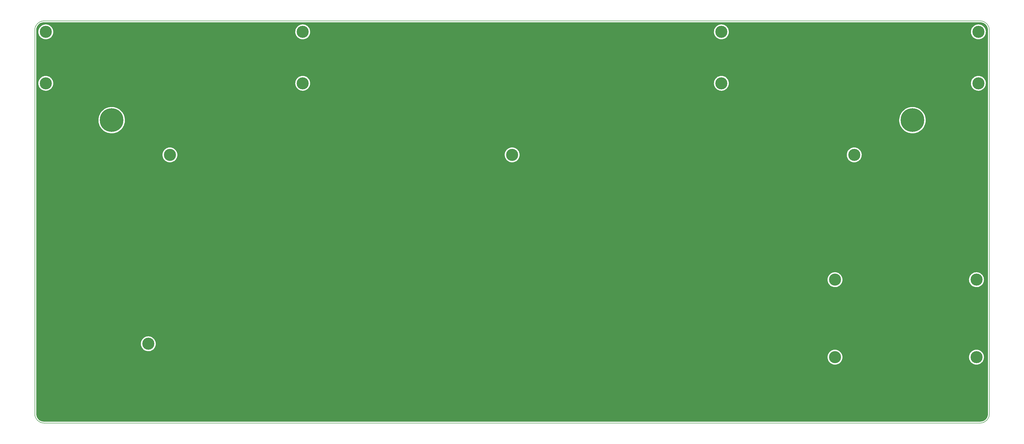
<source format=gbr>
G04 #@! TF.GenerationSoftware,KiCad,Pcbnew,(6.0.6)*
G04 #@! TF.CreationDate,2022-07-11T22:08:04-07:00*
G04 #@! TF.ProjectId,mysterium-bottom,6d797374-6572-4697-956d-2d626f74746f,rev?*
G04 #@! TF.SameCoordinates,Original*
G04 #@! TF.FileFunction,Copper,L2,Bot*
G04 #@! TF.FilePolarity,Positive*
%FSLAX46Y46*%
G04 Gerber Fmt 4.6, Leading zero omitted, Abs format (unit mm)*
G04 Created by KiCad (PCBNEW (6.0.6)) date 2022-07-11 22:08:04*
%MOMM*%
%LPD*%
G01*
G04 APERTURE LIST*
G04 #@! TA.AperFunction,Profile*
%ADD10C,0.150000*%
G04 #@! TD*
G04 #@! TA.AperFunction,ComponentPad*
%ADD11C,4.400000*%
G04 #@! TD*
G04 #@! TA.AperFunction,ComponentPad*
%ADD12C,8.600000*%
G04 #@! TD*
G04 APERTURE END LIST*
D10*
X39854660Y-60863401D02*
G75*
G03*
X36550601Y-64173459I3000J-3307059D01*
G01*
X384213099Y-64167460D02*
G75*
G03*
X380903041Y-60863401I-3307099J-3040D01*
G01*
X380909040Y-207479899D02*
G75*
G03*
X384213099Y-204169841I-3040J3307099D01*
G01*
X384213100Y-64167460D02*
X384213099Y-204169841D01*
X36550600Y-204175840D02*
X36550601Y-64173459D01*
X36550601Y-204175840D02*
G75*
G03*
X39860659Y-207479899I3307059J3000D01*
G01*
X380909040Y-207479900D02*
X39860659Y-207479899D01*
X39854660Y-60863400D02*
X380903041Y-60863400D01*
D11*
X40550600Y-64863400D03*
X40550600Y-83613400D03*
X380213100Y-83613400D03*
X380213100Y-64863400D03*
X134137400Y-64863400D03*
X210419351Y-109702600D03*
X210419351Y-197713600D03*
X335000600Y-109702600D03*
X85763100Y-109702600D03*
X77901800Y-178587400D03*
X327986788Y-155219400D03*
X379523512Y-155219400D03*
X327986788Y-183454800D03*
X379523512Y-183454800D03*
X286626300Y-64863400D03*
X134137400Y-83613400D03*
X286626300Y-83613400D03*
D12*
X64550600Y-97053400D03*
X356213100Y-97053400D03*
G04 #@! TA.AperFunction,Conductor*
G36*
X380873231Y-61373383D02*
G01*
X380888353Y-61375724D01*
X380888355Y-61375724D01*
X380897225Y-61377097D01*
X380910886Y-61375298D01*
X380915218Y-61374728D01*
X380938618Y-61373842D01*
X380976296Y-61375924D01*
X381209789Y-61388827D01*
X381223818Y-61390394D01*
X381519327Y-61440330D01*
X381533090Y-61443459D01*
X381821143Y-61526165D01*
X381834483Y-61530820D01*
X382111460Y-61645256D01*
X382124180Y-61651367D01*
X382386614Y-61796100D01*
X382398573Y-61803600D01*
X382402390Y-61806302D01*
X382643139Y-61976796D01*
X382654192Y-61985593D01*
X382862428Y-62171345D01*
X382877833Y-62185087D01*
X382887833Y-62195069D01*
X382998812Y-62319027D01*
X383087731Y-62418346D01*
X383096547Y-62429381D01*
X383244567Y-62637593D01*
X383270183Y-62673626D01*
X383277709Y-62685579D01*
X383363306Y-62840120D01*
X383422916Y-62947745D01*
X383429056Y-62960466D01*
X383464195Y-63045081D01*
X383543991Y-63237230D01*
X383548670Y-63250562D01*
X383631899Y-63538464D01*
X383635055Y-63552237D01*
X383685522Y-63847629D01*
X383687117Y-63861668D01*
X383702178Y-64125525D01*
X383700901Y-64151971D01*
X383700776Y-64152780D01*
X383700776Y-64152784D01*
X383699403Y-64161656D01*
X383700575Y-64170555D01*
X383700575Y-64170557D01*
X383703521Y-64192924D01*
X383704600Y-64209376D01*
X383704599Y-204120764D01*
X383703116Y-204140037D01*
X383699403Y-204164025D01*
X383700575Y-204172925D01*
X383701772Y-204182018D01*
X383702658Y-204205418D01*
X383687674Y-204476582D01*
X383686106Y-204490618D01*
X383677113Y-204543838D01*
X383636171Y-204786121D01*
X383633041Y-204799890D01*
X383600071Y-204914720D01*
X383550335Y-205087943D01*
X383545680Y-205101283D01*
X383431244Y-205378260D01*
X383425133Y-205390980D01*
X383280404Y-205653408D01*
X383272900Y-205665373D01*
X383099704Y-205909939D01*
X383090907Y-205920992D01*
X382891413Y-206144633D01*
X382881431Y-206154633D01*
X382658154Y-206354531D01*
X382647119Y-206363347D01*
X382402870Y-206536986D01*
X382390921Y-206544509D01*
X382128750Y-206689718D01*
X382116034Y-206695856D01*
X381977650Y-206753325D01*
X381839270Y-206810791D01*
X381825938Y-206815470D01*
X381639053Y-206869496D01*
X381538033Y-206898700D01*
X381524265Y-206901854D01*
X381389092Y-206924949D01*
X381228871Y-206952322D01*
X381214832Y-206953917D01*
X380950975Y-206968978D01*
X380924529Y-206967701D01*
X380923720Y-206967576D01*
X380923716Y-206967576D01*
X380914844Y-206966203D01*
X380905945Y-206967375D01*
X380905943Y-206967375D01*
X380883576Y-206970321D01*
X380867124Y-206971400D01*
X223885008Y-206971400D01*
X39909730Y-206971399D01*
X39890460Y-206969916D01*
X39881775Y-206968572D01*
X39875341Y-206967576D01*
X39875340Y-206967576D01*
X39866469Y-206966203D01*
X39857568Y-206967375D01*
X39848474Y-206968572D01*
X39825076Y-206969458D01*
X39553910Y-206954476D01*
X39539868Y-206952907D01*
X39354643Y-206921609D01*
X39244368Y-206902976D01*
X39230597Y-206899846D01*
X39086573Y-206858495D01*
X38942553Y-206817144D01*
X38929213Y-206812490D01*
X38790724Y-206755274D01*
X38652231Y-206698055D01*
X38639502Y-206691939D01*
X38558184Y-206647092D01*
X38377083Y-206547215D01*
X38365113Y-206539709D01*
X38120545Y-206366512D01*
X38109490Y-206357712D01*
X37885860Y-206158229D01*
X37875859Y-206148247D01*
X37722281Y-205976707D01*
X37675956Y-205924963D01*
X37667148Y-205913939D01*
X37493502Y-205669677D01*
X37485974Y-205657721D01*
X37340774Y-205395564D01*
X37334632Y-205382839D01*
X37219699Y-205106076D01*
X37215020Y-205092743D01*
X37131798Y-204804854D01*
X37128641Y-204791082D01*
X37078171Y-204495663D01*
X37076578Y-204481630D01*
X37061521Y-204217776D01*
X37062798Y-204191330D01*
X37062922Y-204190526D01*
X37064296Y-204181650D01*
X37062681Y-204169381D01*
X37060179Y-204150387D01*
X37059100Y-204133936D01*
X37059100Y-183426385D01*
X325273486Y-183426385D01*
X325289724Y-183752559D01*
X325290365Y-183756290D01*
X325290366Y-183756298D01*
X325304897Y-183840860D01*
X325345029Y-184074419D01*
X325438602Y-184387304D01*
X325569085Y-184686681D01*
X325571008Y-184689952D01*
X325571010Y-184689956D01*
X325613372Y-184762015D01*
X325734590Y-184968214D01*
X325736891Y-184971229D01*
X325930419Y-185224812D01*
X325930424Y-185224817D01*
X325932719Y-185227825D01*
X326160602Y-185461753D01*
X326233423Y-185520407D01*
X326411984Y-185664231D01*
X326411989Y-185664235D01*
X326414937Y-185666609D01*
X326692041Y-185839427D01*
X326987900Y-185977703D01*
X327298228Y-186079434D01*
X327618530Y-186143146D01*
X327622302Y-186143433D01*
X327622310Y-186143434D01*
X327940390Y-186167629D01*
X327940395Y-186167629D01*
X327944167Y-186167916D01*
X328270421Y-186153386D01*
X328330213Y-186143434D01*
X328588825Y-186100390D01*
X328588830Y-186100389D01*
X328592566Y-186099767D01*
X328905937Y-186007834D01*
X328909404Y-186006344D01*
X328909408Y-186006343D01*
X329202509Y-185880416D01*
X329202511Y-185880415D01*
X329205993Y-185878919D01*
X329488389Y-185714891D01*
X329749033Y-185518124D01*
X329984151Y-185291470D01*
X330190337Y-185038210D01*
X330364603Y-184762015D01*
X330504426Y-184466884D01*
X330530976Y-184387304D01*
X330606578Y-184160697D01*
X330606580Y-184160691D01*
X330607780Y-184157093D01*
X330673169Y-183837129D01*
X330679744Y-183756298D01*
X330699462Y-183513861D01*
X330699644Y-183511626D01*
X330700239Y-183454800D01*
X330698526Y-183426385D01*
X376810210Y-183426385D01*
X376826448Y-183752559D01*
X376827089Y-183756290D01*
X376827090Y-183756298D01*
X376841621Y-183840860D01*
X376881753Y-184074419D01*
X376975326Y-184387304D01*
X377105809Y-184686681D01*
X377107732Y-184689952D01*
X377107734Y-184689956D01*
X377150096Y-184762015D01*
X377271314Y-184968214D01*
X377273615Y-184971229D01*
X377467143Y-185224812D01*
X377467148Y-185224817D01*
X377469443Y-185227825D01*
X377697326Y-185461753D01*
X377770147Y-185520407D01*
X377948708Y-185664231D01*
X377948713Y-185664235D01*
X377951661Y-185666609D01*
X378228765Y-185839427D01*
X378524624Y-185977703D01*
X378834952Y-186079434D01*
X379155254Y-186143146D01*
X379159026Y-186143433D01*
X379159034Y-186143434D01*
X379477114Y-186167629D01*
X379477119Y-186167629D01*
X379480891Y-186167916D01*
X379807145Y-186153386D01*
X379866937Y-186143434D01*
X380125549Y-186100390D01*
X380125554Y-186100389D01*
X380129290Y-186099767D01*
X380442661Y-186007834D01*
X380446128Y-186006344D01*
X380446132Y-186006343D01*
X380739233Y-185880416D01*
X380739235Y-185880415D01*
X380742717Y-185878919D01*
X381025113Y-185714891D01*
X381285757Y-185518124D01*
X381520875Y-185291470D01*
X381727061Y-185038210D01*
X381901327Y-184762015D01*
X382041150Y-184466884D01*
X382067700Y-184387304D01*
X382143302Y-184160697D01*
X382143304Y-184160691D01*
X382144504Y-184157093D01*
X382209893Y-183837129D01*
X382216468Y-183756298D01*
X382236186Y-183513861D01*
X382236368Y-183511626D01*
X382236963Y-183454800D01*
X382235022Y-183422596D01*
X382217538Y-183132593D01*
X382217538Y-183132589D01*
X382217310Y-183128815D01*
X382212162Y-183100624D01*
X382159317Y-182811273D01*
X382159316Y-182811269D01*
X382158637Y-182807551D01*
X382151234Y-182783707D01*
X382062916Y-182499277D01*
X382061794Y-182495663D01*
X381928182Y-182197669D01*
X381759738Y-181917884D01*
X381757411Y-181914900D01*
X381757406Y-181914893D01*
X381561238Y-181663358D01*
X381561236Y-181663356D01*
X381558902Y-181660363D01*
X381328582Y-181428834D01*
X381072115Y-181226652D01*
X380793217Y-181056745D01*
X380789773Y-181055179D01*
X380789769Y-181055177D01*
X380679179Y-181004895D01*
X380495926Y-180921575D01*
X380184549Y-180823100D01*
X379967004Y-180782190D01*
X379867321Y-180763445D01*
X379867319Y-180763445D01*
X379863598Y-180762745D01*
X379537720Y-180741386D01*
X379533940Y-180741594D01*
X379533939Y-180741594D01*
X379436409Y-180746962D01*
X379211636Y-180759332D01*
X379207909Y-180759993D01*
X379207905Y-180759993D01*
X379050853Y-180787827D01*
X378890069Y-180816322D01*
X378886453Y-180817424D01*
X378886445Y-180817426D01*
X378581301Y-180910427D01*
X378577679Y-180911531D01*
X378278989Y-181043581D01*
X378253553Y-181058714D01*
X378001586Y-181208617D01*
X378001580Y-181208621D01*
X377998326Y-181210557D01*
X377739756Y-181410043D01*
X377507025Y-181639147D01*
X377504661Y-181642114D01*
X377504658Y-181642117D01*
X377487732Y-181663358D01*
X377303503Y-181894551D01*
X377132138Y-182172557D01*
X376995414Y-182469136D01*
X376994253Y-182472740D01*
X376994253Y-182472741D01*
X376985708Y-182499277D01*
X376895309Y-182779992D01*
X376894591Y-182783703D01*
X376894590Y-182783707D01*
X376833994Y-183096905D01*
X376833993Y-183096914D01*
X376833275Y-183100624D01*
X376810210Y-183426385D01*
X330698526Y-183426385D01*
X330698298Y-183422596D01*
X330680814Y-183132593D01*
X330680814Y-183132589D01*
X330680586Y-183128815D01*
X330675438Y-183100624D01*
X330622593Y-182811273D01*
X330622592Y-182811269D01*
X330621913Y-182807551D01*
X330614510Y-182783707D01*
X330526192Y-182499277D01*
X330525070Y-182495663D01*
X330391458Y-182197669D01*
X330223014Y-181917884D01*
X330220687Y-181914900D01*
X330220682Y-181914893D01*
X330024514Y-181663358D01*
X330024512Y-181663356D01*
X330022178Y-181660363D01*
X329791858Y-181428834D01*
X329535391Y-181226652D01*
X329256493Y-181056745D01*
X329253049Y-181055179D01*
X329253045Y-181055177D01*
X329142455Y-181004895D01*
X328959202Y-180921575D01*
X328647825Y-180823100D01*
X328430280Y-180782190D01*
X328330597Y-180763445D01*
X328330595Y-180763445D01*
X328326874Y-180762745D01*
X328000996Y-180741386D01*
X327997216Y-180741594D01*
X327997215Y-180741594D01*
X327899685Y-180746962D01*
X327674912Y-180759332D01*
X327671185Y-180759993D01*
X327671181Y-180759993D01*
X327514129Y-180787827D01*
X327353345Y-180816322D01*
X327349729Y-180817424D01*
X327349721Y-180817426D01*
X327044577Y-180910427D01*
X327040955Y-180911531D01*
X326742265Y-181043581D01*
X326716829Y-181058714D01*
X326464862Y-181208617D01*
X326464856Y-181208621D01*
X326461602Y-181210557D01*
X326203032Y-181410043D01*
X325970301Y-181639147D01*
X325967937Y-181642114D01*
X325967934Y-181642117D01*
X325951008Y-181663358D01*
X325766779Y-181894551D01*
X325595414Y-182172557D01*
X325458690Y-182469136D01*
X325457529Y-182472740D01*
X325457529Y-182472741D01*
X325448984Y-182499277D01*
X325358585Y-182779992D01*
X325357867Y-182783703D01*
X325357866Y-182783707D01*
X325297270Y-183096905D01*
X325297269Y-183096914D01*
X325296551Y-183100624D01*
X325273486Y-183426385D01*
X37059100Y-183426385D01*
X37059100Y-178558985D01*
X75188498Y-178558985D01*
X75204736Y-178885159D01*
X75205377Y-178888890D01*
X75205378Y-178888898D01*
X75219909Y-178973460D01*
X75260041Y-179207019D01*
X75353614Y-179519904D01*
X75484097Y-179819281D01*
X75486020Y-179822552D01*
X75486022Y-179822556D01*
X75528384Y-179894615D01*
X75649602Y-180100814D01*
X75651903Y-180103829D01*
X75845431Y-180357412D01*
X75845436Y-180357417D01*
X75847731Y-180360425D01*
X76075614Y-180594353D01*
X76148435Y-180653007D01*
X76326996Y-180796831D01*
X76327001Y-180796835D01*
X76329949Y-180799209D01*
X76607053Y-180972027D01*
X76902912Y-181110303D01*
X76906521Y-181111486D01*
X77202817Y-181208617D01*
X77213240Y-181212034D01*
X77533542Y-181275746D01*
X77537314Y-181276033D01*
X77537322Y-181276034D01*
X77855402Y-181300229D01*
X77855407Y-181300229D01*
X77859179Y-181300516D01*
X78185433Y-181285986D01*
X78245225Y-181276034D01*
X78503837Y-181232990D01*
X78503842Y-181232989D01*
X78507578Y-181232367D01*
X78820949Y-181140434D01*
X78824416Y-181138944D01*
X78824420Y-181138943D01*
X79117521Y-181013016D01*
X79117523Y-181013015D01*
X79121005Y-181011519D01*
X79403401Y-180847491D01*
X79664045Y-180650724D01*
X79899163Y-180424070D01*
X80105349Y-180170810D01*
X80279615Y-179894615D01*
X80419438Y-179599484D01*
X80445988Y-179519904D01*
X80521590Y-179293297D01*
X80521592Y-179293291D01*
X80522792Y-179289693D01*
X80588181Y-178969729D01*
X80594756Y-178888898D01*
X80614474Y-178646461D01*
X80614656Y-178644226D01*
X80615251Y-178587400D01*
X80613310Y-178555196D01*
X80595826Y-178265193D01*
X80595826Y-178265189D01*
X80595598Y-178261415D01*
X80590450Y-178233224D01*
X80537605Y-177943873D01*
X80537604Y-177943869D01*
X80536925Y-177940151D01*
X80529522Y-177916307D01*
X80441204Y-177631877D01*
X80440082Y-177628263D01*
X80306470Y-177330269D01*
X80138026Y-177050484D01*
X80135699Y-177047500D01*
X80135694Y-177047493D01*
X79939526Y-176795958D01*
X79939524Y-176795956D01*
X79937190Y-176792963D01*
X79706870Y-176561434D01*
X79450403Y-176359252D01*
X79171505Y-176189345D01*
X79168061Y-176187779D01*
X79168057Y-176187777D01*
X79057467Y-176137495D01*
X78874214Y-176054175D01*
X78562837Y-175955700D01*
X78345292Y-175914790D01*
X78245609Y-175896045D01*
X78245607Y-175896045D01*
X78241886Y-175895345D01*
X77916008Y-175873986D01*
X77912228Y-175874194D01*
X77912227Y-175874194D01*
X77814697Y-175879562D01*
X77589924Y-175891932D01*
X77586197Y-175892593D01*
X77586193Y-175892593D01*
X77429140Y-175920427D01*
X77268357Y-175948922D01*
X77264741Y-175950024D01*
X77264733Y-175950026D01*
X76959589Y-176043027D01*
X76955967Y-176044131D01*
X76657277Y-176176181D01*
X76631841Y-176191314D01*
X76379874Y-176341217D01*
X76379868Y-176341221D01*
X76376614Y-176343157D01*
X76118044Y-176542643D01*
X75885313Y-176771747D01*
X75882949Y-176774714D01*
X75882946Y-176774717D01*
X75866020Y-176795958D01*
X75681791Y-177027151D01*
X75510426Y-177305157D01*
X75373702Y-177601736D01*
X75372541Y-177605340D01*
X75372541Y-177605341D01*
X75363996Y-177631877D01*
X75273597Y-177912592D01*
X75272879Y-177916303D01*
X75272878Y-177916307D01*
X75212282Y-178229505D01*
X75212281Y-178229514D01*
X75211563Y-178233224D01*
X75188498Y-178558985D01*
X37059100Y-178558985D01*
X37059100Y-155190985D01*
X325273486Y-155190985D01*
X325289724Y-155517159D01*
X325290365Y-155520890D01*
X325290366Y-155520898D01*
X325304897Y-155605460D01*
X325345029Y-155839019D01*
X325438602Y-156151904D01*
X325569085Y-156451281D01*
X325571008Y-156454552D01*
X325571010Y-156454556D01*
X325613372Y-156526615D01*
X325734590Y-156732814D01*
X325736891Y-156735829D01*
X325930419Y-156989412D01*
X325930424Y-156989417D01*
X325932719Y-156992425D01*
X326160602Y-157226353D01*
X326233423Y-157285007D01*
X326411984Y-157428831D01*
X326411989Y-157428835D01*
X326414937Y-157431209D01*
X326692041Y-157604027D01*
X326987900Y-157742303D01*
X327298228Y-157844034D01*
X327618530Y-157907746D01*
X327622302Y-157908033D01*
X327622310Y-157908034D01*
X327940390Y-157932229D01*
X327940395Y-157932229D01*
X327944167Y-157932516D01*
X328270421Y-157917986D01*
X328330213Y-157908034D01*
X328588825Y-157864990D01*
X328588830Y-157864989D01*
X328592566Y-157864367D01*
X328905937Y-157772434D01*
X328909404Y-157770944D01*
X328909408Y-157770943D01*
X329202509Y-157645016D01*
X329202511Y-157645015D01*
X329205993Y-157643519D01*
X329488389Y-157479491D01*
X329749033Y-157282724D01*
X329984151Y-157056070D01*
X330190337Y-156802810D01*
X330364603Y-156526615D01*
X330504426Y-156231484D01*
X330530976Y-156151904D01*
X330606578Y-155925297D01*
X330606580Y-155925291D01*
X330607780Y-155921693D01*
X330673169Y-155601729D01*
X330679744Y-155520898D01*
X330699462Y-155278461D01*
X330699644Y-155276226D01*
X330700239Y-155219400D01*
X330698526Y-155190985D01*
X376810210Y-155190985D01*
X376826448Y-155517159D01*
X376827089Y-155520890D01*
X376827090Y-155520898D01*
X376841621Y-155605460D01*
X376881753Y-155839019D01*
X376975326Y-156151904D01*
X377105809Y-156451281D01*
X377107732Y-156454552D01*
X377107734Y-156454556D01*
X377150096Y-156526615D01*
X377271314Y-156732814D01*
X377273615Y-156735829D01*
X377467143Y-156989412D01*
X377467148Y-156989417D01*
X377469443Y-156992425D01*
X377697326Y-157226353D01*
X377770147Y-157285007D01*
X377948708Y-157428831D01*
X377948713Y-157428835D01*
X377951661Y-157431209D01*
X378228765Y-157604027D01*
X378524624Y-157742303D01*
X378834952Y-157844034D01*
X379155254Y-157907746D01*
X379159026Y-157908033D01*
X379159034Y-157908034D01*
X379477114Y-157932229D01*
X379477119Y-157932229D01*
X379480891Y-157932516D01*
X379807145Y-157917986D01*
X379866937Y-157908034D01*
X380125549Y-157864990D01*
X380125554Y-157864989D01*
X380129290Y-157864367D01*
X380442661Y-157772434D01*
X380446128Y-157770944D01*
X380446132Y-157770943D01*
X380739233Y-157645016D01*
X380739235Y-157645015D01*
X380742717Y-157643519D01*
X381025113Y-157479491D01*
X381285757Y-157282724D01*
X381520875Y-157056070D01*
X381727061Y-156802810D01*
X381901327Y-156526615D01*
X382041150Y-156231484D01*
X382067700Y-156151904D01*
X382143302Y-155925297D01*
X382143304Y-155925291D01*
X382144504Y-155921693D01*
X382209893Y-155601729D01*
X382216468Y-155520898D01*
X382236186Y-155278461D01*
X382236368Y-155276226D01*
X382236963Y-155219400D01*
X382235022Y-155187196D01*
X382217538Y-154897193D01*
X382217538Y-154897189D01*
X382217310Y-154893415D01*
X382212162Y-154865224D01*
X382159317Y-154575873D01*
X382159316Y-154575869D01*
X382158637Y-154572151D01*
X382151234Y-154548307D01*
X382062916Y-154263877D01*
X382061794Y-154260263D01*
X381928182Y-153962269D01*
X381759738Y-153682484D01*
X381757411Y-153679500D01*
X381757406Y-153679493D01*
X381561238Y-153427958D01*
X381561236Y-153427956D01*
X381558902Y-153424963D01*
X381328582Y-153193434D01*
X381072115Y-152991252D01*
X380793217Y-152821345D01*
X380789773Y-152819779D01*
X380789769Y-152819777D01*
X380679179Y-152769495D01*
X380495926Y-152686175D01*
X380184549Y-152587700D01*
X379967004Y-152546790D01*
X379867321Y-152528045D01*
X379867319Y-152528045D01*
X379863598Y-152527345D01*
X379537720Y-152505986D01*
X379533940Y-152506194D01*
X379533939Y-152506194D01*
X379436409Y-152511562D01*
X379211636Y-152523932D01*
X379207909Y-152524593D01*
X379207905Y-152524593D01*
X379050853Y-152552427D01*
X378890069Y-152580922D01*
X378886453Y-152582024D01*
X378886445Y-152582026D01*
X378581301Y-152675027D01*
X378577679Y-152676131D01*
X378278989Y-152808181D01*
X378253553Y-152823314D01*
X378001586Y-152973217D01*
X378001580Y-152973221D01*
X377998326Y-152975157D01*
X377739756Y-153174643D01*
X377507025Y-153403747D01*
X377504661Y-153406714D01*
X377504658Y-153406717D01*
X377487732Y-153427958D01*
X377303503Y-153659151D01*
X377132138Y-153937157D01*
X376995414Y-154233736D01*
X376994253Y-154237340D01*
X376994253Y-154237341D01*
X376985708Y-154263877D01*
X376895309Y-154544592D01*
X376894591Y-154548303D01*
X376894590Y-154548307D01*
X376833994Y-154861505D01*
X376833993Y-154861514D01*
X376833275Y-154865224D01*
X376810210Y-155190985D01*
X330698526Y-155190985D01*
X330698298Y-155187196D01*
X330680814Y-154897193D01*
X330680814Y-154897189D01*
X330680586Y-154893415D01*
X330675438Y-154865224D01*
X330622593Y-154575873D01*
X330622592Y-154575869D01*
X330621913Y-154572151D01*
X330614510Y-154548307D01*
X330526192Y-154263877D01*
X330525070Y-154260263D01*
X330391458Y-153962269D01*
X330223014Y-153682484D01*
X330220687Y-153679500D01*
X330220682Y-153679493D01*
X330024514Y-153427958D01*
X330024512Y-153427956D01*
X330022178Y-153424963D01*
X329791858Y-153193434D01*
X329535391Y-152991252D01*
X329256493Y-152821345D01*
X329253049Y-152819779D01*
X329253045Y-152819777D01*
X329142455Y-152769495D01*
X328959202Y-152686175D01*
X328647825Y-152587700D01*
X328430280Y-152546790D01*
X328330597Y-152528045D01*
X328330595Y-152528045D01*
X328326874Y-152527345D01*
X328000996Y-152505986D01*
X327997216Y-152506194D01*
X327997215Y-152506194D01*
X327899685Y-152511562D01*
X327674912Y-152523932D01*
X327671185Y-152524593D01*
X327671181Y-152524593D01*
X327514129Y-152552427D01*
X327353345Y-152580922D01*
X327349729Y-152582024D01*
X327349721Y-152582026D01*
X327044577Y-152675027D01*
X327040955Y-152676131D01*
X326742265Y-152808181D01*
X326716829Y-152823314D01*
X326464862Y-152973217D01*
X326464856Y-152973221D01*
X326461602Y-152975157D01*
X326203032Y-153174643D01*
X325970301Y-153403747D01*
X325967937Y-153406714D01*
X325967934Y-153406717D01*
X325951008Y-153427958D01*
X325766779Y-153659151D01*
X325595414Y-153937157D01*
X325458690Y-154233736D01*
X325457529Y-154237340D01*
X325457529Y-154237341D01*
X325448984Y-154263877D01*
X325358585Y-154544592D01*
X325357867Y-154548303D01*
X325357866Y-154548307D01*
X325297270Y-154861505D01*
X325297269Y-154861514D01*
X325296551Y-154865224D01*
X325273486Y-155190985D01*
X37059100Y-155190985D01*
X37059101Y-109674185D01*
X83049798Y-109674185D01*
X83066036Y-110000359D01*
X83066677Y-110004090D01*
X83066678Y-110004098D01*
X83081209Y-110088660D01*
X83121341Y-110322219D01*
X83214914Y-110635104D01*
X83345397Y-110934481D01*
X83347320Y-110937752D01*
X83347322Y-110937756D01*
X83389684Y-111009815D01*
X83510902Y-111216014D01*
X83513203Y-111219029D01*
X83706731Y-111472612D01*
X83706736Y-111472617D01*
X83709031Y-111475625D01*
X83936914Y-111709553D01*
X84009735Y-111768207D01*
X84188296Y-111912031D01*
X84188301Y-111912035D01*
X84191249Y-111914409D01*
X84468353Y-112087227D01*
X84764212Y-112225503D01*
X85074540Y-112327234D01*
X85394842Y-112390946D01*
X85398614Y-112391233D01*
X85398622Y-112391234D01*
X85716702Y-112415429D01*
X85716707Y-112415429D01*
X85720479Y-112415716D01*
X86046733Y-112401186D01*
X86106525Y-112391234D01*
X86365137Y-112348190D01*
X86365142Y-112348189D01*
X86368878Y-112347567D01*
X86682249Y-112255634D01*
X86685716Y-112254144D01*
X86685720Y-112254143D01*
X86978821Y-112128216D01*
X86978823Y-112128215D01*
X86982305Y-112126719D01*
X87264701Y-111962691D01*
X87525345Y-111765924D01*
X87760463Y-111539270D01*
X87966649Y-111286010D01*
X88140915Y-111009815D01*
X88280738Y-110714684D01*
X88307288Y-110635104D01*
X88382890Y-110408497D01*
X88382892Y-110408491D01*
X88384092Y-110404893D01*
X88449481Y-110084929D01*
X88456056Y-110004098D01*
X88475774Y-109761661D01*
X88475956Y-109759426D01*
X88476551Y-109702600D01*
X88474838Y-109674185D01*
X207706049Y-109674185D01*
X207722287Y-110000359D01*
X207722928Y-110004090D01*
X207722929Y-110004098D01*
X207737460Y-110088660D01*
X207777592Y-110322219D01*
X207871165Y-110635104D01*
X208001648Y-110934481D01*
X208003571Y-110937752D01*
X208003573Y-110937756D01*
X208045935Y-111009815D01*
X208167153Y-111216014D01*
X208169454Y-111219029D01*
X208362982Y-111472612D01*
X208362987Y-111472617D01*
X208365282Y-111475625D01*
X208593165Y-111709553D01*
X208665986Y-111768207D01*
X208844547Y-111912031D01*
X208844552Y-111912035D01*
X208847500Y-111914409D01*
X209124604Y-112087227D01*
X209420463Y-112225503D01*
X209730791Y-112327234D01*
X210051093Y-112390946D01*
X210054865Y-112391233D01*
X210054873Y-112391234D01*
X210372953Y-112415429D01*
X210372958Y-112415429D01*
X210376730Y-112415716D01*
X210702984Y-112401186D01*
X210762776Y-112391234D01*
X211021388Y-112348190D01*
X211021393Y-112348189D01*
X211025129Y-112347567D01*
X211338500Y-112255634D01*
X211341967Y-112254144D01*
X211341971Y-112254143D01*
X211635072Y-112128216D01*
X211635074Y-112128215D01*
X211638556Y-112126719D01*
X211920952Y-111962691D01*
X212181596Y-111765924D01*
X212416714Y-111539270D01*
X212622900Y-111286010D01*
X212797166Y-111009815D01*
X212936989Y-110714684D01*
X212963539Y-110635104D01*
X213039141Y-110408497D01*
X213039143Y-110408491D01*
X213040343Y-110404893D01*
X213105732Y-110084929D01*
X213112307Y-110004098D01*
X213132025Y-109761661D01*
X213132207Y-109759426D01*
X213132802Y-109702600D01*
X213131089Y-109674185D01*
X332287298Y-109674185D01*
X332303536Y-110000359D01*
X332304177Y-110004090D01*
X332304178Y-110004098D01*
X332318709Y-110088660D01*
X332358841Y-110322219D01*
X332452414Y-110635104D01*
X332582897Y-110934481D01*
X332584820Y-110937752D01*
X332584822Y-110937756D01*
X332627184Y-111009815D01*
X332748402Y-111216014D01*
X332750703Y-111219029D01*
X332944231Y-111472612D01*
X332944236Y-111472617D01*
X332946531Y-111475625D01*
X333174414Y-111709553D01*
X333247235Y-111768207D01*
X333425796Y-111912031D01*
X333425801Y-111912035D01*
X333428749Y-111914409D01*
X333705853Y-112087227D01*
X334001712Y-112225503D01*
X334312040Y-112327234D01*
X334632342Y-112390946D01*
X334636114Y-112391233D01*
X334636122Y-112391234D01*
X334954202Y-112415429D01*
X334954207Y-112415429D01*
X334957979Y-112415716D01*
X335284233Y-112401186D01*
X335344025Y-112391234D01*
X335602637Y-112348190D01*
X335602642Y-112348189D01*
X335606378Y-112347567D01*
X335919749Y-112255634D01*
X335923216Y-112254144D01*
X335923220Y-112254143D01*
X336216321Y-112128216D01*
X336216323Y-112128215D01*
X336219805Y-112126719D01*
X336502201Y-111962691D01*
X336762845Y-111765924D01*
X336997963Y-111539270D01*
X337204149Y-111286010D01*
X337378415Y-111009815D01*
X337518238Y-110714684D01*
X337544788Y-110635104D01*
X337620390Y-110408497D01*
X337620392Y-110408491D01*
X337621592Y-110404893D01*
X337686981Y-110084929D01*
X337693556Y-110004098D01*
X337713274Y-109761661D01*
X337713456Y-109759426D01*
X337714051Y-109702600D01*
X337712110Y-109670396D01*
X337694626Y-109380393D01*
X337694626Y-109380389D01*
X337694398Y-109376615D01*
X337689250Y-109348424D01*
X337636405Y-109059073D01*
X337636404Y-109059069D01*
X337635725Y-109055351D01*
X337628322Y-109031507D01*
X337540004Y-108747077D01*
X337538882Y-108743463D01*
X337405270Y-108445469D01*
X337236826Y-108165684D01*
X337234499Y-108162700D01*
X337234494Y-108162693D01*
X337038326Y-107911158D01*
X337038324Y-107911156D01*
X337035990Y-107908163D01*
X336805670Y-107676634D01*
X336549203Y-107474452D01*
X336270305Y-107304545D01*
X336266861Y-107302979D01*
X336266857Y-107302977D01*
X336156267Y-107252695D01*
X335973014Y-107169375D01*
X335661637Y-107070900D01*
X335444092Y-107029990D01*
X335344409Y-107011245D01*
X335344407Y-107011245D01*
X335340686Y-107010545D01*
X335014808Y-106989186D01*
X335011028Y-106989394D01*
X335011027Y-106989394D01*
X334913497Y-106994762D01*
X334688724Y-107007132D01*
X334684997Y-107007793D01*
X334684993Y-107007793D01*
X334527940Y-107035627D01*
X334367157Y-107064122D01*
X334363541Y-107065224D01*
X334363533Y-107065226D01*
X334058389Y-107158227D01*
X334054767Y-107159331D01*
X333756077Y-107291381D01*
X333730641Y-107306514D01*
X333478674Y-107456417D01*
X333478668Y-107456421D01*
X333475414Y-107458357D01*
X333216844Y-107657843D01*
X332984113Y-107886947D01*
X332981749Y-107889914D01*
X332981746Y-107889917D01*
X332964820Y-107911158D01*
X332780591Y-108142351D01*
X332609226Y-108420357D01*
X332472502Y-108716936D01*
X332471341Y-108720540D01*
X332471341Y-108720541D01*
X332462796Y-108747077D01*
X332372397Y-109027792D01*
X332371679Y-109031503D01*
X332371678Y-109031507D01*
X332311082Y-109344705D01*
X332311081Y-109344714D01*
X332310363Y-109348424D01*
X332287298Y-109674185D01*
X213131089Y-109674185D01*
X213130861Y-109670396D01*
X213113377Y-109380393D01*
X213113377Y-109380389D01*
X213113149Y-109376615D01*
X213108001Y-109348424D01*
X213055156Y-109059073D01*
X213055155Y-109059069D01*
X213054476Y-109055351D01*
X213047073Y-109031507D01*
X212958755Y-108747077D01*
X212957633Y-108743463D01*
X212824021Y-108445469D01*
X212655577Y-108165684D01*
X212653250Y-108162700D01*
X212653245Y-108162693D01*
X212457077Y-107911158D01*
X212457075Y-107911156D01*
X212454741Y-107908163D01*
X212224421Y-107676634D01*
X211967954Y-107474452D01*
X211689056Y-107304545D01*
X211685612Y-107302979D01*
X211685608Y-107302977D01*
X211575018Y-107252695D01*
X211391765Y-107169375D01*
X211080388Y-107070900D01*
X210862843Y-107029990D01*
X210763160Y-107011245D01*
X210763158Y-107011245D01*
X210759437Y-107010545D01*
X210433559Y-106989186D01*
X210429779Y-106989394D01*
X210429778Y-106989394D01*
X210332248Y-106994762D01*
X210107475Y-107007132D01*
X210103748Y-107007793D01*
X210103744Y-107007793D01*
X209946691Y-107035627D01*
X209785908Y-107064122D01*
X209782292Y-107065224D01*
X209782284Y-107065226D01*
X209477140Y-107158227D01*
X209473518Y-107159331D01*
X209174828Y-107291381D01*
X209149392Y-107306514D01*
X208897425Y-107456417D01*
X208897419Y-107456421D01*
X208894165Y-107458357D01*
X208635595Y-107657843D01*
X208402864Y-107886947D01*
X208400500Y-107889914D01*
X208400497Y-107889917D01*
X208383571Y-107911158D01*
X208199342Y-108142351D01*
X208027977Y-108420357D01*
X207891253Y-108716936D01*
X207890092Y-108720540D01*
X207890092Y-108720541D01*
X207881547Y-108747077D01*
X207791148Y-109027792D01*
X207790430Y-109031503D01*
X207790429Y-109031507D01*
X207729833Y-109344705D01*
X207729832Y-109344714D01*
X207729114Y-109348424D01*
X207706049Y-109674185D01*
X88474838Y-109674185D01*
X88474610Y-109670396D01*
X88457126Y-109380393D01*
X88457126Y-109380389D01*
X88456898Y-109376615D01*
X88451750Y-109348424D01*
X88398905Y-109059073D01*
X88398904Y-109059069D01*
X88398225Y-109055351D01*
X88390822Y-109031507D01*
X88302504Y-108747077D01*
X88301382Y-108743463D01*
X88167770Y-108445469D01*
X87999326Y-108165684D01*
X87996999Y-108162700D01*
X87996994Y-108162693D01*
X87800826Y-107911158D01*
X87800824Y-107911156D01*
X87798490Y-107908163D01*
X87568170Y-107676634D01*
X87311703Y-107474452D01*
X87032805Y-107304545D01*
X87029361Y-107302979D01*
X87029357Y-107302977D01*
X86918767Y-107252695D01*
X86735514Y-107169375D01*
X86424137Y-107070900D01*
X86206592Y-107029990D01*
X86106909Y-107011245D01*
X86106907Y-107011245D01*
X86103186Y-107010545D01*
X85777308Y-106989186D01*
X85773528Y-106989394D01*
X85773527Y-106989394D01*
X85675997Y-106994762D01*
X85451224Y-107007132D01*
X85447497Y-107007793D01*
X85447493Y-107007793D01*
X85290440Y-107035627D01*
X85129657Y-107064122D01*
X85126041Y-107065224D01*
X85126033Y-107065226D01*
X84820889Y-107158227D01*
X84817267Y-107159331D01*
X84518577Y-107291381D01*
X84493141Y-107306514D01*
X84241174Y-107456417D01*
X84241168Y-107456421D01*
X84237914Y-107458357D01*
X83979344Y-107657843D01*
X83746613Y-107886947D01*
X83744249Y-107889914D01*
X83744246Y-107889917D01*
X83727320Y-107911158D01*
X83543091Y-108142351D01*
X83371726Y-108420357D01*
X83235002Y-108716936D01*
X83233841Y-108720540D01*
X83233841Y-108720541D01*
X83225296Y-108747077D01*
X83134897Y-109027792D01*
X83134179Y-109031503D01*
X83134178Y-109031507D01*
X83073582Y-109344705D01*
X83073581Y-109344714D01*
X83072863Y-109348424D01*
X83049798Y-109674185D01*
X37059101Y-109674185D01*
X37059101Y-96927401D01*
X59738902Y-96927401D01*
X59746751Y-97355633D01*
X59792636Y-97781471D01*
X59876194Y-98201544D01*
X59996763Y-98612527D01*
X59997790Y-98615140D01*
X59997790Y-98615141D01*
X60136251Y-98967545D01*
X60153389Y-99011165D01*
X60154644Y-99013676D01*
X60322761Y-99350131D01*
X60344831Y-99394301D01*
X60569574Y-99758902D01*
X60825839Y-100102082D01*
X60827700Y-100104160D01*
X60827701Y-100104161D01*
X61109727Y-100419037D01*
X61109733Y-100419043D01*
X61111595Y-100421122D01*
X61424581Y-100713498D01*
X61762319Y-100976893D01*
X62122133Y-101209222D01*
X62124612Y-101210526D01*
X62124615Y-101210528D01*
X62498677Y-101407332D01*
X62498683Y-101407335D01*
X62501177Y-101408647D01*
X62503775Y-101409731D01*
X62503779Y-101409733D01*
X62893863Y-101572509D01*
X62893868Y-101572511D01*
X62896447Y-101573587D01*
X62899112Y-101574430D01*
X62899118Y-101574432D01*
X63121161Y-101644654D01*
X63304814Y-101702736D01*
X63723046Y-101795073D01*
X63725820Y-101795431D01*
X63725821Y-101795431D01*
X64145060Y-101849509D01*
X64145067Y-101849510D01*
X64147830Y-101849866D01*
X64150617Y-101849976D01*
X64150623Y-101849976D01*
X64398838Y-101859728D01*
X64575803Y-101866681D01*
X64578595Y-101866542D01*
X64578600Y-101866542D01*
X65000772Y-101845525D01*
X65000781Y-101845524D01*
X65003576Y-101845385D01*
X65006353Y-101844997D01*
X65006355Y-101844997D01*
X65080666Y-101834619D01*
X65427763Y-101786147D01*
X65845004Y-101689436D01*
X66058907Y-101619315D01*
X66249344Y-101556887D01*
X66249350Y-101556885D01*
X66251997Y-101556017D01*
X66645518Y-101386947D01*
X67022452Y-101183564D01*
X67379814Y-100947480D01*
X67714775Y-100680562D01*
X68024682Y-100384925D01*
X68026519Y-100382831D01*
X68026527Y-100382822D01*
X68305235Y-100065016D01*
X68307082Y-100062910D01*
X68559739Y-99717066D01*
X68561185Y-99714665D01*
X68779201Y-99352542D01*
X68779206Y-99352533D01*
X68780652Y-99350131D01*
X68968071Y-98965011D01*
X69101324Y-98615141D01*
X69119518Y-98567371D01*
X69119520Y-98567364D01*
X69120514Y-98564755D01*
X69236773Y-98152532D01*
X69306033Y-97784222D01*
X69315411Y-97734354D01*
X69315413Y-97734342D01*
X69315927Y-97731607D01*
X69357350Y-97305311D01*
X69358794Y-97250180D01*
X69363889Y-97055634D01*
X69363889Y-97055620D01*
X69363947Y-97053400D01*
X69358336Y-96927401D01*
X351401402Y-96927401D01*
X351409251Y-97355633D01*
X351455136Y-97781471D01*
X351538694Y-98201544D01*
X351659263Y-98612527D01*
X351660290Y-98615140D01*
X351660290Y-98615141D01*
X351798751Y-98967545D01*
X351815889Y-99011165D01*
X351817144Y-99013676D01*
X351985261Y-99350131D01*
X352007331Y-99394301D01*
X352232074Y-99758902D01*
X352488339Y-100102082D01*
X352490200Y-100104160D01*
X352490201Y-100104161D01*
X352772227Y-100419037D01*
X352772233Y-100419043D01*
X352774095Y-100421122D01*
X353087081Y-100713498D01*
X353424819Y-100976893D01*
X353784633Y-101209222D01*
X353787112Y-101210526D01*
X353787115Y-101210528D01*
X354161177Y-101407332D01*
X354161183Y-101407335D01*
X354163677Y-101408647D01*
X354166275Y-101409731D01*
X354166279Y-101409733D01*
X354556363Y-101572509D01*
X354556368Y-101572511D01*
X354558947Y-101573587D01*
X354561612Y-101574430D01*
X354561618Y-101574432D01*
X354783661Y-101644654D01*
X354967314Y-101702736D01*
X355385546Y-101795073D01*
X355388320Y-101795431D01*
X355388321Y-101795431D01*
X355807560Y-101849509D01*
X355807567Y-101849510D01*
X355810330Y-101849866D01*
X355813117Y-101849976D01*
X355813123Y-101849976D01*
X356061338Y-101859728D01*
X356238303Y-101866681D01*
X356241095Y-101866542D01*
X356241100Y-101866542D01*
X356663272Y-101845525D01*
X356663281Y-101845524D01*
X356666076Y-101845385D01*
X356668853Y-101844997D01*
X356668855Y-101844997D01*
X356743166Y-101834619D01*
X357090263Y-101786147D01*
X357507504Y-101689436D01*
X357721407Y-101619315D01*
X357911844Y-101556887D01*
X357911850Y-101556885D01*
X357914497Y-101556017D01*
X358308018Y-101386947D01*
X358684952Y-101183564D01*
X359042314Y-100947480D01*
X359377275Y-100680562D01*
X359687182Y-100384925D01*
X359689019Y-100382831D01*
X359689027Y-100382822D01*
X359967735Y-100065016D01*
X359969582Y-100062910D01*
X360222239Y-99717066D01*
X360223685Y-99714665D01*
X360441701Y-99352542D01*
X360441706Y-99352533D01*
X360443152Y-99350131D01*
X360630571Y-98965011D01*
X360763824Y-98615141D01*
X360782018Y-98567371D01*
X360782020Y-98567364D01*
X360783014Y-98564755D01*
X360899273Y-98152532D01*
X360968533Y-97784222D01*
X360977911Y-97734354D01*
X360977913Y-97734342D01*
X360978427Y-97731607D01*
X361019850Y-97305311D01*
X361021294Y-97250180D01*
X361026389Y-97055634D01*
X361026389Y-97055620D01*
X361026447Y-97053400D01*
X361007391Y-96625521D01*
X360950375Y-96201030D01*
X360921766Y-96074593D01*
X360856468Y-95786018D01*
X360856468Y-95786017D01*
X360855850Y-95783287D01*
X360724563Y-95375602D01*
X360557556Y-94981201D01*
X360356150Y-94603207D01*
X360121940Y-94244614D01*
X359856780Y-93908260D01*
X359562770Y-93596809D01*
X359560679Y-93594956D01*
X359560671Y-93594948D01*
X359244337Y-93314588D01*
X359244335Y-93314586D01*
X359242237Y-93312727D01*
X358897721Y-93058263D01*
X358704833Y-92940755D01*
X358534337Y-92836887D01*
X358534330Y-92836883D01*
X358531948Y-92835432D01*
X358414614Y-92777569D01*
X358150328Y-92647238D01*
X358147814Y-92645998D01*
X357748362Y-92491462D01*
X357501778Y-92420522D01*
X357339435Y-92373817D01*
X357339429Y-92373815D01*
X357336754Y-92373046D01*
X357334017Y-92372517D01*
X357334011Y-92372515D01*
X357188928Y-92344446D01*
X356916248Y-92291689D01*
X356913474Y-92291405D01*
X356913462Y-92291403D01*
X356630211Y-92262382D01*
X356490176Y-92248034D01*
X356487386Y-92247997D01*
X356487378Y-92247997D01*
X356219925Y-92244496D01*
X356061909Y-92242428D01*
X356059109Y-92242641D01*
X356059108Y-92242641D01*
X355984464Y-92248319D01*
X355634840Y-92274914D01*
X355212349Y-92345236D01*
X355126771Y-92367448D01*
X354800500Y-92452131D01*
X354800489Y-92452134D01*
X354797782Y-92452837D01*
X354539675Y-92544999D01*
X354397064Y-92595920D01*
X354397059Y-92595922D01*
X354394421Y-92596864D01*
X354391881Y-92598035D01*
X354391876Y-92598037D01*
X354290030Y-92644989D01*
X354005461Y-92776177D01*
X353633980Y-92989357D01*
X353631677Y-92990966D01*
X353631670Y-92990971D01*
X353285229Y-93233101D01*
X353282920Y-93234715D01*
X352955061Y-93510309D01*
X352652999Y-93813957D01*
X352379125Y-94143255D01*
X352135608Y-94495594D01*
X351924376Y-94868186D01*
X351747102Y-95258080D01*
X351746180Y-95260706D01*
X351746175Y-95260718D01*
X351706733Y-95373034D01*
X351605189Y-95662190D01*
X351499761Y-96077314D01*
X351431652Y-96500168D01*
X351401402Y-96927401D01*
X69358336Y-96927401D01*
X69344891Y-96625521D01*
X69287875Y-96201030D01*
X69259266Y-96074593D01*
X69193968Y-95786018D01*
X69193968Y-95786017D01*
X69193350Y-95783287D01*
X69062063Y-95375602D01*
X68895056Y-94981201D01*
X68693650Y-94603207D01*
X68459440Y-94244614D01*
X68194280Y-93908260D01*
X67900270Y-93596809D01*
X67898179Y-93594956D01*
X67898171Y-93594948D01*
X67581837Y-93314588D01*
X67581835Y-93314586D01*
X67579737Y-93312727D01*
X67235221Y-93058263D01*
X67042333Y-92940755D01*
X66871837Y-92836887D01*
X66871830Y-92836883D01*
X66869448Y-92835432D01*
X66752114Y-92777569D01*
X66487828Y-92647238D01*
X66485314Y-92645998D01*
X66085862Y-92491462D01*
X65839278Y-92420522D01*
X65676935Y-92373817D01*
X65676929Y-92373815D01*
X65674254Y-92373046D01*
X65671517Y-92372517D01*
X65671511Y-92372515D01*
X65526428Y-92344446D01*
X65253748Y-92291689D01*
X65250974Y-92291405D01*
X65250962Y-92291403D01*
X64967711Y-92262382D01*
X64827676Y-92248034D01*
X64824886Y-92247997D01*
X64824878Y-92247997D01*
X64557425Y-92244496D01*
X64399409Y-92242428D01*
X64396609Y-92242641D01*
X64396608Y-92242641D01*
X64321964Y-92248319D01*
X63972340Y-92274914D01*
X63549849Y-92345236D01*
X63464271Y-92367448D01*
X63138000Y-92452131D01*
X63137989Y-92452134D01*
X63135282Y-92452837D01*
X62877175Y-92544999D01*
X62734564Y-92595920D01*
X62734559Y-92595922D01*
X62731921Y-92596864D01*
X62729381Y-92598035D01*
X62729376Y-92598037D01*
X62627530Y-92644989D01*
X62342961Y-92776177D01*
X61971480Y-92989357D01*
X61969177Y-92990966D01*
X61969170Y-92990971D01*
X61622729Y-93233101D01*
X61620420Y-93234715D01*
X61292561Y-93510309D01*
X60990499Y-93813957D01*
X60716625Y-94143255D01*
X60473108Y-94495594D01*
X60261876Y-94868186D01*
X60084602Y-95258080D01*
X60083680Y-95260706D01*
X60083675Y-95260718D01*
X60044233Y-95373034D01*
X59942689Y-95662190D01*
X59837261Y-96077314D01*
X59769152Y-96500168D01*
X59738902Y-96927401D01*
X37059101Y-96927401D01*
X37059101Y-83584985D01*
X37837298Y-83584985D01*
X37853536Y-83911159D01*
X37854177Y-83914890D01*
X37854178Y-83914898D01*
X37868709Y-83999460D01*
X37908841Y-84233019D01*
X38002414Y-84545904D01*
X38132897Y-84845281D01*
X38134820Y-84848552D01*
X38134822Y-84848556D01*
X38177184Y-84920615D01*
X38298402Y-85126814D01*
X38300703Y-85129829D01*
X38494231Y-85383412D01*
X38494236Y-85383417D01*
X38496531Y-85386425D01*
X38724414Y-85620353D01*
X38797235Y-85679007D01*
X38975796Y-85822831D01*
X38975801Y-85822835D01*
X38978749Y-85825209D01*
X39255853Y-85998027D01*
X39551712Y-86136303D01*
X39862040Y-86238034D01*
X40182342Y-86301746D01*
X40186114Y-86302033D01*
X40186122Y-86302034D01*
X40504202Y-86326229D01*
X40504207Y-86326229D01*
X40507979Y-86326516D01*
X40834233Y-86311986D01*
X40894025Y-86302034D01*
X41152637Y-86258990D01*
X41152642Y-86258989D01*
X41156378Y-86258367D01*
X41469749Y-86166434D01*
X41473216Y-86164944D01*
X41473220Y-86164943D01*
X41766321Y-86039016D01*
X41766323Y-86039015D01*
X41769805Y-86037519D01*
X42052201Y-85873491D01*
X42312845Y-85676724D01*
X42547963Y-85450070D01*
X42754149Y-85196810D01*
X42928415Y-84920615D01*
X43068238Y-84625484D01*
X43094788Y-84545904D01*
X43170390Y-84319297D01*
X43170392Y-84319291D01*
X43171592Y-84315693D01*
X43236981Y-83995729D01*
X43243556Y-83914898D01*
X43263274Y-83672461D01*
X43263456Y-83670226D01*
X43264051Y-83613400D01*
X43262338Y-83584985D01*
X131424098Y-83584985D01*
X131440336Y-83911159D01*
X131440977Y-83914890D01*
X131440978Y-83914898D01*
X131455509Y-83999460D01*
X131495641Y-84233019D01*
X131589214Y-84545904D01*
X131719697Y-84845281D01*
X131721620Y-84848552D01*
X131721622Y-84848556D01*
X131763984Y-84920615D01*
X131885202Y-85126814D01*
X131887503Y-85129829D01*
X132081031Y-85383412D01*
X132081036Y-85383417D01*
X132083331Y-85386425D01*
X132311214Y-85620353D01*
X132384035Y-85679007D01*
X132562596Y-85822831D01*
X132562601Y-85822835D01*
X132565549Y-85825209D01*
X132842653Y-85998027D01*
X133138512Y-86136303D01*
X133448840Y-86238034D01*
X133769142Y-86301746D01*
X133772914Y-86302033D01*
X133772922Y-86302034D01*
X134091002Y-86326229D01*
X134091007Y-86326229D01*
X134094779Y-86326516D01*
X134421033Y-86311986D01*
X134480825Y-86302034D01*
X134739437Y-86258990D01*
X134739442Y-86258989D01*
X134743178Y-86258367D01*
X135056549Y-86166434D01*
X135060016Y-86164944D01*
X135060020Y-86164943D01*
X135353121Y-86039016D01*
X135353123Y-86039015D01*
X135356605Y-86037519D01*
X135639001Y-85873491D01*
X135899645Y-85676724D01*
X136134763Y-85450070D01*
X136340949Y-85196810D01*
X136515215Y-84920615D01*
X136655038Y-84625484D01*
X136681588Y-84545904D01*
X136757190Y-84319297D01*
X136757192Y-84319291D01*
X136758392Y-84315693D01*
X136823781Y-83995729D01*
X136830356Y-83914898D01*
X136850074Y-83672461D01*
X136850256Y-83670226D01*
X136850851Y-83613400D01*
X136849138Y-83584985D01*
X283912998Y-83584985D01*
X283929236Y-83911159D01*
X283929877Y-83914890D01*
X283929878Y-83914898D01*
X283944409Y-83999460D01*
X283984541Y-84233019D01*
X284078114Y-84545904D01*
X284208597Y-84845281D01*
X284210520Y-84848552D01*
X284210522Y-84848556D01*
X284252884Y-84920615D01*
X284374102Y-85126814D01*
X284376403Y-85129829D01*
X284569931Y-85383412D01*
X284569936Y-85383417D01*
X284572231Y-85386425D01*
X284800114Y-85620353D01*
X284872935Y-85679007D01*
X285051496Y-85822831D01*
X285051501Y-85822835D01*
X285054449Y-85825209D01*
X285331553Y-85998027D01*
X285627412Y-86136303D01*
X285937740Y-86238034D01*
X286258042Y-86301746D01*
X286261814Y-86302033D01*
X286261822Y-86302034D01*
X286579902Y-86326229D01*
X286579907Y-86326229D01*
X286583679Y-86326516D01*
X286909933Y-86311986D01*
X286969725Y-86302034D01*
X287228337Y-86258990D01*
X287228342Y-86258989D01*
X287232078Y-86258367D01*
X287545449Y-86166434D01*
X287548916Y-86164944D01*
X287548920Y-86164943D01*
X287842021Y-86039016D01*
X287842023Y-86039015D01*
X287845505Y-86037519D01*
X288127901Y-85873491D01*
X288388545Y-85676724D01*
X288623663Y-85450070D01*
X288829849Y-85196810D01*
X289004115Y-84920615D01*
X289143938Y-84625484D01*
X289170488Y-84545904D01*
X289246090Y-84319297D01*
X289246092Y-84319291D01*
X289247292Y-84315693D01*
X289312681Y-83995729D01*
X289319256Y-83914898D01*
X289338974Y-83672461D01*
X289339156Y-83670226D01*
X289339751Y-83613400D01*
X289338038Y-83584985D01*
X377499798Y-83584985D01*
X377516036Y-83911159D01*
X377516677Y-83914890D01*
X377516678Y-83914898D01*
X377531209Y-83999460D01*
X377571341Y-84233019D01*
X377664914Y-84545904D01*
X377795397Y-84845281D01*
X377797320Y-84848552D01*
X377797322Y-84848556D01*
X377839684Y-84920615D01*
X377960902Y-85126814D01*
X377963203Y-85129829D01*
X378156731Y-85383412D01*
X378156736Y-85383417D01*
X378159031Y-85386425D01*
X378386914Y-85620353D01*
X378459735Y-85679007D01*
X378638296Y-85822831D01*
X378638301Y-85822835D01*
X378641249Y-85825209D01*
X378918353Y-85998027D01*
X379214212Y-86136303D01*
X379524540Y-86238034D01*
X379844842Y-86301746D01*
X379848614Y-86302033D01*
X379848622Y-86302034D01*
X380166702Y-86326229D01*
X380166707Y-86326229D01*
X380170479Y-86326516D01*
X380496733Y-86311986D01*
X380556525Y-86302034D01*
X380815137Y-86258990D01*
X380815142Y-86258989D01*
X380818878Y-86258367D01*
X381132249Y-86166434D01*
X381135716Y-86164944D01*
X381135720Y-86164943D01*
X381428821Y-86039016D01*
X381428823Y-86039015D01*
X381432305Y-86037519D01*
X381714701Y-85873491D01*
X381975345Y-85676724D01*
X382210463Y-85450070D01*
X382416649Y-85196810D01*
X382590915Y-84920615D01*
X382730738Y-84625484D01*
X382757288Y-84545904D01*
X382832890Y-84319297D01*
X382832892Y-84319291D01*
X382834092Y-84315693D01*
X382899481Y-83995729D01*
X382906056Y-83914898D01*
X382925774Y-83672461D01*
X382925956Y-83670226D01*
X382926551Y-83613400D01*
X382924610Y-83581196D01*
X382907126Y-83291193D01*
X382907126Y-83291189D01*
X382906898Y-83287415D01*
X382901750Y-83259224D01*
X382848905Y-82969873D01*
X382848904Y-82969869D01*
X382848225Y-82966151D01*
X382840822Y-82942307D01*
X382752504Y-82657877D01*
X382751382Y-82654263D01*
X382617770Y-82356269D01*
X382449326Y-82076484D01*
X382446999Y-82073500D01*
X382446994Y-82073493D01*
X382250826Y-81821958D01*
X382250824Y-81821956D01*
X382248490Y-81818963D01*
X382018170Y-81587434D01*
X381761703Y-81385252D01*
X381482805Y-81215345D01*
X381479361Y-81213779D01*
X381479357Y-81213777D01*
X381368767Y-81163495D01*
X381185514Y-81080175D01*
X380874137Y-80981700D01*
X380656592Y-80940790D01*
X380556909Y-80922045D01*
X380556907Y-80922045D01*
X380553186Y-80921345D01*
X380227308Y-80899986D01*
X380223528Y-80900194D01*
X380223527Y-80900194D01*
X380125997Y-80905562D01*
X379901224Y-80917932D01*
X379897497Y-80918593D01*
X379897493Y-80918593D01*
X379740441Y-80946427D01*
X379579657Y-80974922D01*
X379576041Y-80976024D01*
X379576033Y-80976026D01*
X379270889Y-81069027D01*
X379267267Y-81070131D01*
X378968577Y-81202181D01*
X378943141Y-81217314D01*
X378691174Y-81367217D01*
X378691168Y-81367221D01*
X378687914Y-81369157D01*
X378429344Y-81568643D01*
X378196613Y-81797747D01*
X378194249Y-81800714D01*
X378194246Y-81800717D01*
X378177320Y-81821958D01*
X377993091Y-82053151D01*
X377821726Y-82331157D01*
X377685002Y-82627736D01*
X377683841Y-82631340D01*
X377683841Y-82631341D01*
X377675296Y-82657877D01*
X377584897Y-82938592D01*
X377584179Y-82942303D01*
X377584178Y-82942307D01*
X377523582Y-83255505D01*
X377523581Y-83255514D01*
X377522863Y-83259224D01*
X377499798Y-83584985D01*
X289338038Y-83584985D01*
X289337810Y-83581196D01*
X289320326Y-83291193D01*
X289320326Y-83291189D01*
X289320098Y-83287415D01*
X289314950Y-83259224D01*
X289262105Y-82969873D01*
X289262104Y-82969869D01*
X289261425Y-82966151D01*
X289254022Y-82942307D01*
X289165704Y-82657877D01*
X289164582Y-82654263D01*
X289030970Y-82356269D01*
X288862526Y-82076484D01*
X288860199Y-82073500D01*
X288860194Y-82073493D01*
X288664026Y-81821958D01*
X288664024Y-81821956D01*
X288661690Y-81818963D01*
X288431370Y-81587434D01*
X288174903Y-81385252D01*
X287896005Y-81215345D01*
X287892561Y-81213779D01*
X287892557Y-81213777D01*
X287781967Y-81163495D01*
X287598714Y-81080175D01*
X287287337Y-80981700D01*
X287069792Y-80940790D01*
X286970109Y-80922045D01*
X286970107Y-80922045D01*
X286966386Y-80921345D01*
X286640508Y-80899986D01*
X286636728Y-80900194D01*
X286636727Y-80900194D01*
X286539197Y-80905562D01*
X286314424Y-80917932D01*
X286310697Y-80918593D01*
X286310693Y-80918593D01*
X286153641Y-80946427D01*
X285992857Y-80974922D01*
X285989241Y-80976024D01*
X285989233Y-80976026D01*
X285684089Y-81069027D01*
X285680467Y-81070131D01*
X285381777Y-81202181D01*
X285356341Y-81217314D01*
X285104374Y-81367217D01*
X285104368Y-81367221D01*
X285101114Y-81369157D01*
X284842544Y-81568643D01*
X284609813Y-81797747D01*
X284607449Y-81800714D01*
X284607446Y-81800717D01*
X284590520Y-81821958D01*
X284406291Y-82053151D01*
X284234926Y-82331157D01*
X284098202Y-82627736D01*
X284097041Y-82631340D01*
X284097041Y-82631341D01*
X284088496Y-82657877D01*
X283998097Y-82938592D01*
X283997379Y-82942303D01*
X283997378Y-82942307D01*
X283936782Y-83255505D01*
X283936781Y-83255514D01*
X283936063Y-83259224D01*
X283912998Y-83584985D01*
X136849138Y-83584985D01*
X136848910Y-83581196D01*
X136831426Y-83291193D01*
X136831426Y-83291189D01*
X136831198Y-83287415D01*
X136826050Y-83259224D01*
X136773205Y-82969873D01*
X136773204Y-82969869D01*
X136772525Y-82966151D01*
X136765122Y-82942307D01*
X136676804Y-82657877D01*
X136675682Y-82654263D01*
X136542070Y-82356269D01*
X136373626Y-82076484D01*
X136371299Y-82073500D01*
X136371294Y-82073493D01*
X136175126Y-81821958D01*
X136175124Y-81821956D01*
X136172790Y-81818963D01*
X135942470Y-81587434D01*
X135686003Y-81385252D01*
X135407105Y-81215345D01*
X135403661Y-81213779D01*
X135403657Y-81213777D01*
X135293067Y-81163495D01*
X135109814Y-81080175D01*
X134798437Y-80981700D01*
X134580892Y-80940790D01*
X134481209Y-80922045D01*
X134481207Y-80922045D01*
X134477486Y-80921345D01*
X134151608Y-80899986D01*
X134147828Y-80900194D01*
X134147827Y-80900194D01*
X134050297Y-80905562D01*
X133825524Y-80917932D01*
X133821797Y-80918593D01*
X133821793Y-80918593D01*
X133664741Y-80946427D01*
X133503957Y-80974922D01*
X133500341Y-80976024D01*
X133500333Y-80976026D01*
X133195189Y-81069027D01*
X133191567Y-81070131D01*
X132892877Y-81202181D01*
X132867441Y-81217314D01*
X132615474Y-81367217D01*
X132615468Y-81367221D01*
X132612214Y-81369157D01*
X132353644Y-81568643D01*
X132120913Y-81797747D01*
X132118549Y-81800714D01*
X132118546Y-81800717D01*
X132101620Y-81821958D01*
X131917391Y-82053151D01*
X131746026Y-82331157D01*
X131609302Y-82627736D01*
X131608141Y-82631340D01*
X131608141Y-82631341D01*
X131599596Y-82657877D01*
X131509197Y-82938592D01*
X131508479Y-82942303D01*
X131508478Y-82942307D01*
X131447882Y-83255505D01*
X131447881Y-83255514D01*
X131447163Y-83259224D01*
X131424098Y-83584985D01*
X43262338Y-83584985D01*
X43262110Y-83581196D01*
X43244626Y-83291193D01*
X43244626Y-83291189D01*
X43244398Y-83287415D01*
X43239250Y-83259224D01*
X43186405Y-82969873D01*
X43186404Y-82969869D01*
X43185725Y-82966151D01*
X43178322Y-82942307D01*
X43090004Y-82657877D01*
X43088882Y-82654263D01*
X42955270Y-82356269D01*
X42786826Y-82076484D01*
X42784499Y-82073500D01*
X42784494Y-82073493D01*
X42588326Y-81821958D01*
X42588324Y-81821956D01*
X42585990Y-81818963D01*
X42355670Y-81587434D01*
X42099203Y-81385252D01*
X41820305Y-81215345D01*
X41816861Y-81213779D01*
X41816857Y-81213777D01*
X41706267Y-81163495D01*
X41523014Y-81080175D01*
X41211637Y-80981700D01*
X40994092Y-80940790D01*
X40894409Y-80922045D01*
X40894407Y-80922045D01*
X40890686Y-80921345D01*
X40564808Y-80899986D01*
X40561028Y-80900194D01*
X40561027Y-80900194D01*
X40463497Y-80905562D01*
X40238724Y-80917932D01*
X40234997Y-80918593D01*
X40234993Y-80918593D01*
X40077940Y-80946427D01*
X39917157Y-80974922D01*
X39913541Y-80976024D01*
X39913533Y-80976026D01*
X39608389Y-81069027D01*
X39604767Y-81070131D01*
X39306077Y-81202181D01*
X39280641Y-81217314D01*
X39028674Y-81367217D01*
X39028668Y-81367221D01*
X39025414Y-81369157D01*
X38766844Y-81568643D01*
X38534113Y-81797747D01*
X38531749Y-81800714D01*
X38531746Y-81800717D01*
X38514820Y-81821958D01*
X38330591Y-82053151D01*
X38159226Y-82331157D01*
X38022502Y-82627736D01*
X38021341Y-82631340D01*
X38021341Y-82631341D01*
X38012796Y-82657877D01*
X37922397Y-82938592D01*
X37921679Y-82942303D01*
X37921678Y-82942307D01*
X37861082Y-83255505D01*
X37861081Y-83255514D01*
X37860363Y-83259224D01*
X37837298Y-83584985D01*
X37059101Y-83584985D01*
X37059101Y-64834985D01*
X37837298Y-64834985D01*
X37853536Y-65161159D01*
X37854177Y-65164890D01*
X37854178Y-65164898D01*
X37868709Y-65249460D01*
X37908841Y-65483019D01*
X38002414Y-65795904D01*
X38132897Y-66095281D01*
X38134820Y-66098552D01*
X38134822Y-66098556D01*
X38177184Y-66170615D01*
X38298402Y-66376814D01*
X38300703Y-66379829D01*
X38494231Y-66633412D01*
X38494236Y-66633417D01*
X38496531Y-66636425D01*
X38724414Y-66870353D01*
X38797235Y-66929007D01*
X38975796Y-67072831D01*
X38975801Y-67072835D01*
X38978749Y-67075209D01*
X39255853Y-67248027D01*
X39551712Y-67386303D01*
X39862040Y-67488034D01*
X40182342Y-67551746D01*
X40186114Y-67552033D01*
X40186122Y-67552034D01*
X40504202Y-67576229D01*
X40504207Y-67576229D01*
X40507979Y-67576516D01*
X40834233Y-67561986D01*
X40894025Y-67552034D01*
X41152637Y-67508990D01*
X41152642Y-67508989D01*
X41156378Y-67508367D01*
X41469749Y-67416434D01*
X41473216Y-67414944D01*
X41473220Y-67414943D01*
X41766321Y-67289016D01*
X41766323Y-67289015D01*
X41769805Y-67287519D01*
X42052201Y-67123491D01*
X42312845Y-66926724D01*
X42547963Y-66700070D01*
X42754149Y-66446810D01*
X42928415Y-66170615D01*
X43068238Y-65875484D01*
X43094788Y-65795904D01*
X43170390Y-65569297D01*
X43170392Y-65569291D01*
X43171592Y-65565693D01*
X43236981Y-65245729D01*
X43243556Y-65164898D01*
X43263274Y-64922461D01*
X43263456Y-64920226D01*
X43264051Y-64863400D01*
X43262338Y-64834985D01*
X131424098Y-64834985D01*
X131440336Y-65161159D01*
X131440977Y-65164890D01*
X131440978Y-65164898D01*
X131455509Y-65249460D01*
X131495641Y-65483019D01*
X131589214Y-65795904D01*
X131719697Y-66095281D01*
X131721620Y-66098552D01*
X131721622Y-66098556D01*
X131763984Y-66170615D01*
X131885202Y-66376814D01*
X131887503Y-66379829D01*
X132081031Y-66633412D01*
X132081036Y-66633417D01*
X132083331Y-66636425D01*
X132311214Y-66870353D01*
X132384035Y-66929007D01*
X132562596Y-67072831D01*
X132562601Y-67072835D01*
X132565549Y-67075209D01*
X132842653Y-67248027D01*
X133138512Y-67386303D01*
X133448840Y-67488034D01*
X133769142Y-67551746D01*
X133772914Y-67552033D01*
X133772922Y-67552034D01*
X134091002Y-67576229D01*
X134091007Y-67576229D01*
X134094779Y-67576516D01*
X134421033Y-67561986D01*
X134480825Y-67552034D01*
X134739437Y-67508990D01*
X134739442Y-67508989D01*
X134743178Y-67508367D01*
X135056549Y-67416434D01*
X135060016Y-67414944D01*
X135060020Y-67414943D01*
X135353121Y-67289016D01*
X135353123Y-67289015D01*
X135356605Y-67287519D01*
X135639001Y-67123491D01*
X135899645Y-66926724D01*
X136134763Y-66700070D01*
X136340949Y-66446810D01*
X136515215Y-66170615D01*
X136655038Y-65875484D01*
X136681588Y-65795904D01*
X136757190Y-65569297D01*
X136757192Y-65569291D01*
X136758392Y-65565693D01*
X136823781Y-65245729D01*
X136830356Y-65164898D01*
X136850074Y-64922461D01*
X136850256Y-64920226D01*
X136850851Y-64863400D01*
X136849138Y-64834985D01*
X283912998Y-64834985D01*
X283929236Y-65161159D01*
X283929877Y-65164890D01*
X283929878Y-65164898D01*
X283944409Y-65249460D01*
X283984541Y-65483019D01*
X284078114Y-65795904D01*
X284208597Y-66095281D01*
X284210520Y-66098552D01*
X284210522Y-66098556D01*
X284252884Y-66170615D01*
X284374102Y-66376814D01*
X284376403Y-66379829D01*
X284569931Y-66633412D01*
X284569936Y-66633417D01*
X284572231Y-66636425D01*
X284800114Y-66870353D01*
X284872935Y-66929007D01*
X285051496Y-67072831D01*
X285051501Y-67072835D01*
X285054449Y-67075209D01*
X285331553Y-67248027D01*
X285627412Y-67386303D01*
X285937740Y-67488034D01*
X286258042Y-67551746D01*
X286261814Y-67552033D01*
X286261822Y-67552034D01*
X286579902Y-67576229D01*
X286579907Y-67576229D01*
X286583679Y-67576516D01*
X286909933Y-67561986D01*
X286969725Y-67552034D01*
X287228337Y-67508990D01*
X287228342Y-67508989D01*
X287232078Y-67508367D01*
X287545449Y-67416434D01*
X287548916Y-67414944D01*
X287548920Y-67414943D01*
X287842021Y-67289016D01*
X287842023Y-67289015D01*
X287845505Y-67287519D01*
X288127901Y-67123491D01*
X288388545Y-66926724D01*
X288623663Y-66700070D01*
X288829849Y-66446810D01*
X289004115Y-66170615D01*
X289143938Y-65875484D01*
X289170488Y-65795904D01*
X289246090Y-65569297D01*
X289246092Y-65569291D01*
X289247292Y-65565693D01*
X289312681Y-65245729D01*
X289319256Y-65164898D01*
X289338974Y-64922461D01*
X289339156Y-64920226D01*
X289339751Y-64863400D01*
X289338038Y-64834985D01*
X377499798Y-64834985D01*
X377516036Y-65161159D01*
X377516677Y-65164890D01*
X377516678Y-65164898D01*
X377531209Y-65249460D01*
X377571341Y-65483019D01*
X377664914Y-65795904D01*
X377795397Y-66095281D01*
X377797320Y-66098552D01*
X377797322Y-66098556D01*
X377839684Y-66170615D01*
X377960902Y-66376814D01*
X377963203Y-66379829D01*
X378156731Y-66633412D01*
X378156736Y-66633417D01*
X378159031Y-66636425D01*
X378386914Y-66870353D01*
X378459735Y-66929007D01*
X378638296Y-67072831D01*
X378638301Y-67072835D01*
X378641249Y-67075209D01*
X378918353Y-67248027D01*
X379214212Y-67386303D01*
X379524540Y-67488034D01*
X379844842Y-67551746D01*
X379848614Y-67552033D01*
X379848622Y-67552034D01*
X380166702Y-67576229D01*
X380166707Y-67576229D01*
X380170479Y-67576516D01*
X380496733Y-67561986D01*
X380556525Y-67552034D01*
X380815137Y-67508990D01*
X380815142Y-67508989D01*
X380818878Y-67508367D01*
X381132249Y-67416434D01*
X381135716Y-67414944D01*
X381135720Y-67414943D01*
X381428821Y-67289016D01*
X381428823Y-67289015D01*
X381432305Y-67287519D01*
X381714701Y-67123491D01*
X381975345Y-66926724D01*
X382210463Y-66700070D01*
X382416649Y-66446810D01*
X382590915Y-66170615D01*
X382730738Y-65875484D01*
X382757288Y-65795904D01*
X382832890Y-65569297D01*
X382832892Y-65569291D01*
X382834092Y-65565693D01*
X382899481Y-65245729D01*
X382906056Y-65164898D01*
X382925774Y-64922461D01*
X382925956Y-64920226D01*
X382926551Y-64863400D01*
X382924610Y-64831196D01*
X382907126Y-64541193D01*
X382907126Y-64541189D01*
X382906898Y-64537415D01*
X382901750Y-64509224D01*
X382848905Y-64219873D01*
X382848904Y-64219869D01*
X382848225Y-64216151D01*
X382846122Y-64209376D01*
X382752504Y-63907877D01*
X382751382Y-63904263D01*
X382617770Y-63606269D01*
X382449326Y-63326484D01*
X382446999Y-63323500D01*
X382446994Y-63323493D01*
X382250826Y-63071958D01*
X382250824Y-63071956D01*
X382248490Y-63068963D01*
X382018170Y-62837434D01*
X381761703Y-62635252D01*
X381482805Y-62465345D01*
X381479361Y-62463779D01*
X381479357Y-62463777D01*
X381368767Y-62413495D01*
X381185514Y-62330175D01*
X380874137Y-62231700D01*
X380626262Y-62185087D01*
X380556909Y-62172045D01*
X380556907Y-62172045D01*
X380553186Y-62171345D01*
X380227308Y-62149986D01*
X380223528Y-62150194D01*
X380223527Y-62150194D01*
X380125997Y-62155562D01*
X379901224Y-62167932D01*
X379897497Y-62168593D01*
X379897493Y-62168593D01*
X379777850Y-62189797D01*
X379579657Y-62224922D01*
X379576041Y-62226024D01*
X379576033Y-62226026D01*
X379270889Y-62319027D01*
X379267267Y-62320131D01*
X378968577Y-62452181D01*
X378943141Y-62467314D01*
X378691174Y-62617217D01*
X378691168Y-62617221D01*
X378687914Y-62619157D01*
X378684912Y-62621473D01*
X378611756Y-62677913D01*
X378429344Y-62818643D01*
X378196613Y-63047747D01*
X378194249Y-63050714D01*
X378194246Y-63050717D01*
X378034997Y-63250562D01*
X377993091Y-63303151D01*
X377821726Y-63581157D01*
X377685002Y-63877736D01*
X377683841Y-63881340D01*
X377683841Y-63881341D01*
X377675296Y-63907877D01*
X377584897Y-64188592D01*
X377584179Y-64192303D01*
X377584178Y-64192307D01*
X377523582Y-64505505D01*
X377523581Y-64505514D01*
X377522863Y-64509224D01*
X377499798Y-64834985D01*
X289338038Y-64834985D01*
X289337810Y-64831196D01*
X289320326Y-64541193D01*
X289320326Y-64541189D01*
X289320098Y-64537415D01*
X289314950Y-64509224D01*
X289262105Y-64219873D01*
X289262104Y-64219869D01*
X289261425Y-64216151D01*
X289259322Y-64209376D01*
X289165704Y-63907877D01*
X289164582Y-63904263D01*
X289030970Y-63606269D01*
X288862526Y-63326484D01*
X288860199Y-63323500D01*
X288860194Y-63323493D01*
X288664026Y-63071958D01*
X288664024Y-63071956D01*
X288661690Y-63068963D01*
X288431370Y-62837434D01*
X288174903Y-62635252D01*
X287896005Y-62465345D01*
X287892561Y-62463779D01*
X287892557Y-62463777D01*
X287781967Y-62413495D01*
X287598714Y-62330175D01*
X287287337Y-62231700D01*
X287039462Y-62185087D01*
X286970109Y-62172045D01*
X286970107Y-62172045D01*
X286966386Y-62171345D01*
X286640508Y-62149986D01*
X286636728Y-62150194D01*
X286636727Y-62150194D01*
X286539197Y-62155562D01*
X286314424Y-62167932D01*
X286310697Y-62168593D01*
X286310693Y-62168593D01*
X286191050Y-62189797D01*
X285992857Y-62224922D01*
X285989241Y-62226024D01*
X285989233Y-62226026D01*
X285684089Y-62319027D01*
X285680467Y-62320131D01*
X285381777Y-62452181D01*
X285356341Y-62467314D01*
X285104374Y-62617217D01*
X285104368Y-62617221D01*
X285101114Y-62619157D01*
X285098112Y-62621473D01*
X285024956Y-62677913D01*
X284842544Y-62818643D01*
X284609813Y-63047747D01*
X284607449Y-63050714D01*
X284607446Y-63050717D01*
X284448197Y-63250562D01*
X284406291Y-63303151D01*
X284234926Y-63581157D01*
X284098202Y-63877736D01*
X284097041Y-63881340D01*
X284097041Y-63881341D01*
X284088496Y-63907877D01*
X283998097Y-64188592D01*
X283997379Y-64192303D01*
X283997378Y-64192307D01*
X283936782Y-64505505D01*
X283936781Y-64505514D01*
X283936063Y-64509224D01*
X283912998Y-64834985D01*
X136849138Y-64834985D01*
X136848910Y-64831196D01*
X136831426Y-64541193D01*
X136831426Y-64541189D01*
X136831198Y-64537415D01*
X136826050Y-64509224D01*
X136773205Y-64219873D01*
X136773204Y-64219869D01*
X136772525Y-64216151D01*
X136770422Y-64209376D01*
X136676804Y-63907877D01*
X136675682Y-63904263D01*
X136542070Y-63606269D01*
X136373626Y-63326484D01*
X136371299Y-63323500D01*
X136371294Y-63323493D01*
X136175126Y-63071958D01*
X136175124Y-63071956D01*
X136172790Y-63068963D01*
X135942470Y-62837434D01*
X135686003Y-62635252D01*
X135407105Y-62465345D01*
X135403661Y-62463779D01*
X135403657Y-62463777D01*
X135293067Y-62413495D01*
X135109814Y-62330175D01*
X134798437Y-62231700D01*
X134550562Y-62185087D01*
X134481209Y-62172045D01*
X134481207Y-62172045D01*
X134477486Y-62171345D01*
X134151608Y-62149986D01*
X134147828Y-62150194D01*
X134147827Y-62150194D01*
X134050297Y-62155562D01*
X133825524Y-62167932D01*
X133821797Y-62168593D01*
X133821793Y-62168593D01*
X133702150Y-62189797D01*
X133503957Y-62224922D01*
X133500341Y-62226024D01*
X133500333Y-62226026D01*
X133195189Y-62319027D01*
X133191567Y-62320131D01*
X132892877Y-62452181D01*
X132867441Y-62467314D01*
X132615474Y-62617217D01*
X132615468Y-62617221D01*
X132612214Y-62619157D01*
X132609212Y-62621473D01*
X132536056Y-62677913D01*
X132353644Y-62818643D01*
X132120913Y-63047747D01*
X132118549Y-63050714D01*
X132118546Y-63050717D01*
X131959297Y-63250562D01*
X131917391Y-63303151D01*
X131746026Y-63581157D01*
X131609302Y-63877736D01*
X131608141Y-63881340D01*
X131608141Y-63881341D01*
X131599596Y-63907877D01*
X131509197Y-64188592D01*
X131508479Y-64192303D01*
X131508478Y-64192307D01*
X131447882Y-64505505D01*
X131447881Y-64505514D01*
X131447163Y-64509224D01*
X131424098Y-64834985D01*
X43262338Y-64834985D01*
X43262110Y-64831196D01*
X43244626Y-64541193D01*
X43244626Y-64541189D01*
X43244398Y-64537415D01*
X43239250Y-64509224D01*
X43186405Y-64219873D01*
X43186404Y-64219869D01*
X43185725Y-64216151D01*
X43183622Y-64209376D01*
X43090004Y-63907877D01*
X43088882Y-63904263D01*
X42955270Y-63606269D01*
X42786826Y-63326484D01*
X42784499Y-63323500D01*
X42784494Y-63323493D01*
X42588326Y-63071958D01*
X42588324Y-63071956D01*
X42585990Y-63068963D01*
X42355670Y-62837434D01*
X42099203Y-62635252D01*
X41820305Y-62465345D01*
X41816861Y-62463779D01*
X41816857Y-62463777D01*
X41706267Y-62413495D01*
X41523014Y-62330175D01*
X41211637Y-62231700D01*
X40963762Y-62185087D01*
X40894409Y-62172045D01*
X40894407Y-62172045D01*
X40890686Y-62171345D01*
X40564808Y-62149986D01*
X40561028Y-62150194D01*
X40561027Y-62150194D01*
X40463497Y-62155562D01*
X40238724Y-62167932D01*
X40234997Y-62168593D01*
X40234993Y-62168593D01*
X40115350Y-62189797D01*
X39917157Y-62224922D01*
X39913541Y-62226024D01*
X39913533Y-62226026D01*
X39608389Y-62319027D01*
X39604767Y-62320131D01*
X39306077Y-62452181D01*
X39280641Y-62467314D01*
X39028674Y-62617217D01*
X39028668Y-62617221D01*
X39025414Y-62619157D01*
X39022412Y-62621473D01*
X38949256Y-62677913D01*
X38766844Y-62818643D01*
X38534113Y-63047747D01*
X38531749Y-63050714D01*
X38531746Y-63050717D01*
X38372497Y-63250562D01*
X38330591Y-63303151D01*
X38159226Y-63581157D01*
X38022502Y-63877736D01*
X38021341Y-63881340D01*
X38021341Y-63881341D01*
X38012796Y-63907877D01*
X37922397Y-64188592D01*
X37921679Y-64192303D01*
X37921678Y-64192307D01*
X37861082Y-64505505D01*
X37861081Y-64505514D01*
X37860363Y-64509224D01*
X37837298Y-64834985D01*
X37059101Y-64834985D01*
X37059101Y-64222530D01*
X37060584Y-64203257D01*
X37062924Y-64188141D01*
X37062924Y-64188140D01*
X37064297Y-64179269D01*
X37061928Y-64161274D01*
X37061042Y-64137876D01*
X37076024Y-63866710D01*
X37077593Y-63852668D01*
X37127523Y-63557172D01*
X37130655Y-63543393D01*
X37213356Y-63255353D01*
X37218010Y-63242013D01*
X37291208Y-63064841D01*
X37332445Y-62965031D01*
X37338563Y-62952298D01*
X37483285Y-62689883D01*
X37490791Y-62677913D01*
X37663988Y-62433345D01*
X37672788Y-62422290D01*
X37872271Y-62198660D01*
X37882253Y-62188659D01*
X37956365Y-62122308D01*
X38105537Y-61988756D01*
X38116561Y-61979948D01*
X38360823Y-61806302D01*
X38372779Y-61798774D01*
X38471117Y-61744308D01*
X38634940Y-61653572D01*
X38647656Y-61647434D01*
X38924424Y-61532499D01*
X38937757Y-61527820D01*
X39225646Y-61444598D01*
X39239418Y-61441441D01*
X39245927Y-61440329D01*
X39534837Y-61390971D01*
X39548863Y-61389379D01*
X39684803Y-61381621D01*
X39812724Y-61374321D01*
X39839170Y-61375598D01*
X39839593Y-61375663D01*
X39848850Y-61377096D01*
X39857750Y-61375924D01*
X39857753Y-61375924D01*
X39880113Y-61372979D01*
X39896564Y-61371900D01*
X380853957Y-61371900D01*
X380873231Y-61373383D01*
G37*
G04 #@! TD.AperFunction*
M02*

</source>
